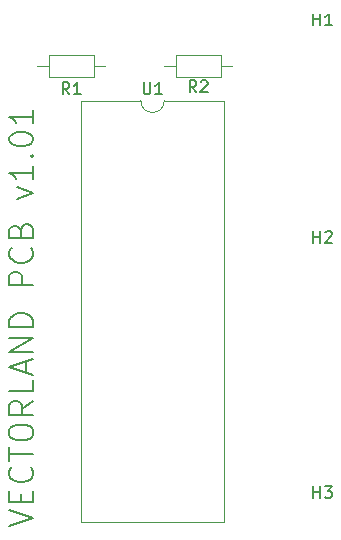
<source format=gto>
G04 #@! TF.GenerationSoftware,KiCad,Pcbnew,8.0.1*
G04 #@! TF.CreationDate,2024-04-23T01:02:40+02:00*
G04 #@! TF.ProjectId,vectrex_cart_v1.01,76656374-7265-4785-9f63-6172745f7631,V0.1*
G04 #@! TF.SameCoordinates,Original*
G04 #@! TF.FileFunction,Legend,Top*
G04 #@! TF.FilePolarity,Positive*
%FSLAX46Y46*%
G04 Gerber Fmt 4.6, Leading zero omitted, Abs format (unit mm)*
G04 Created by KiCad (PCBNEW 8.0.1) date 2024-04-23 01:02:40*
%MOMM*%
%LPD*%
G01*
G04 APERTURE LIST*
%ADD10C,0.200000*%
%ADD11C,0.150000*%
%ADD12C,0.120000*%
G04 APERTURE END LIST*
D10*
X90494838Y-86177945D02*
X92494838Y-85511279D01*
X92494838Y-85511279D02*
X90494838Y-84844612D01*
X91447219Y-84177945D02*
X91447219Y-83511278D01*
X92494838Y-83225564D02*
X92494838Y-84177945D01*
X92494838Y-84177945D02*
X90494838Y-84177945D01*
X90494838Y-84177945D02*
X90494838Y-83225564D01*
X92304361Y-81225564D02*
X92399600Y-81320802D01*
X92399600Y-81320802D02*
X92494838Y-81606516D01*
X92494838Y-81606516D02*
X92494838Y-81796992D01*
X92494838Y-81796992D02*
X92399600Y-82082707D01*
X92399600Y-82082707D02*
X92209123Y-82273183D01*
X92209123Y-82273183D02*
X92018647Y-82368421D01*
X92018647Y-82368421D02*
X91637695Y-82463659D01*
X91637695Y-82463659D02*
X91351980Y-82463659D01*
X91351980Y-82463659D02*
X90971028Y-82368421D01*
X90971028Y-82368421D02*
X90780552Y-82273183D01*
X90780552Y-82273183D02*
X90590076Y-82082707D01*
X90590076Y-82082707D02*
X90494838Y-81796992D01*
X90494838Y-81796992D02*
X90494838Y-81606516D01*
X90494838Y-81606516D02*
X90590076Y-81320802D01*
X90590076Y-81320802D02*
X90685314Y-81225564D01*
X90494838Y-80654135D02*
X90494838Y-79511278D01*
X92494838Y-80082707D02*
X90494838Y-80082707D01*
X90494838Y-78463659D02*
X90494838Y-78082706D01*
X90494838Y-78082706D02*
X90590076Y-77892230D01*
X90590076Y-77892230D02*
X90780552Y-77701754D01*
X90780552Y-77701754D02*
X91161504Y-77606516D01*
X91161504Y-77606516D02*
X91828171Y-77606516D01*
X91828171Y-77606516D02*
X92209123Y-77701754D01*
X92209123Y-77701754D02*
X92399600Y-77892230D01*
X92399600Y-77892230D02*
X92494838Y-78082706D01*
X92494838Y-78082706D02*
X92494838Y-78463659D01*
X92494838Y-78463659D02*
X92399600Y-78654135D01*
X92399600Y-78654135D02*
X92209123Y-78844611D01*
X92209123Y-78844611D02*
X91828171Y-78939849D01*
X91828171Y-78939849D02*
X91161504Y-78939849D01*
X91161504Y-78939849D02*
X90780552Y-78844611D01*
X90780552Y-78844611D02*
X90590076Y-78654135D01*
X90590076Y-78654135D02*
X90494838Y-78463659D01*
X92494838Y-75606516D02*
X91542457Y-76273183D01*
X92494838Y-76749373D02*
X90494838Y-76749373D01*
X90494838Y-76749373D02*
X90494838Y-75987468D01*
X90494838Y-75987468D02*
X90590076Y-75796992D01*
X90590076Y-75796992D02*
X90685314Y-75701754D01*
X90685314Y-75701754D02*
X90875790Y-75606516D01*
X90875790Y-75606516D02*
X91161504Y-75606516D01*
X91161504Y-75606516D02*
X91351980Y-75701754D01*
X91351980Y-75701754D02*
X91447219Y-75796992D01*
X91447219Y-75796992D02*
X91542457Y-75987468D01*
X91542457Y-75987468D02*
X91542457Y-76749373D01*
X92494838Y-73796992D02*
X92494838Y-74749373D01*
X92494838Y-74749373D02*
X90494838Y-74749373D01*
X91923409Y-73225563D02*
X91923409Y-72273182D01*
X92494838Y-73416039D02*
X90494838Y-72749373D01*
X90494838Y-72749373D02*
X92494838Y-72082706D01*
X92494838Y-71416039D02*
X90494838Y-71416039D01*
X90494838Y-71416039D02*
X92494838Y-70273182D01*
X92494838Y-70273182D02*
X90494838Y-70273182D01*
X92494838Y-69320801D02*
X90494838Y-69320801D01*
X90494838Y-69320801D02*
X90494838Y-68844611D01*
X90494838Y-68844611D02*
X90590076Y-68558896D01*
X90590076Y-68558896D02*
X90780552Y-68368420D01*
X90780552Y-68368420D02*
X90971028Y-68273182D01*
X90971028Y-68273182D02*
X91351980Y-68177944D01*
X91351980Y-68177944D02*
X91637695Y-68177944D01*
X91637695Y-68177944D02*
X92018647Y-68273182D01*
X92018647Y-68273182D02*
X92209123Y-68368420D01*
X92209123Y-68368420D02*
X92399600Y-68558896D01*
X92399600Y-68558896D02*
X92494838Y-68844611D01*
X92494838Y-68844611D02*
X92494838Y-69320801D01*
X92494838Y-65796991D02*
X90494838Y-65796991D01*
X90494838Y-65796991D02*
X90494838Y-65035086D01*
X90494838Y-65035086D02*
X90590076Y-64844610D01*
X90590076Y-64844610D02*
X90685314Y-64749372D01*
X90685314Y-64749372D02*
X90875790Y-64654134D01*
X90875790Y-64654134D02*
X91161504Y-64654134D01*
X91161504Y-64654134D02*
X91351980Y-64749372D01*
X91351980Y-64749372D02*
X91447219Y-64844610D01*
X91447219Y-64844610D02*
X91542457Y-65035086D01*
X91542457Y-65035086D02*
X91542457Y-65796991D01*
X92304361Y-62654134D02*
X92399600Y-62749372D01*
X92399600Y-62749372D02*
X92494838Y-63035086D01*
X92494838Y-63035086D02*
X92494838Y-63225562D01*
X92494838Y-63225562D02*
X92399600Y-63511277D01*
X92399600Y-63511277D02*
X92209123Y-63701753D01*
X92209123Y-63701753D02*
X92018647Y-63796991D01*
X92018647Y-63796991D02*
X91637695Y-63892229D01*
X91637695Y-63892229D02*
X91351980Y-63892229D01*
X91351980Y-63892229D02*
X90971028Y-63796991D01*
X90971028Y-63796991D02*
X90780552Y-63701753D01*
X90780552Y-63701753D02*
X90590076Y-63511277D01*
X90590076Y-63511277D02*
X90494838Y-63225562D01*
X90494838Y-63225562D02*
X90494838Y-63035086D01*
X90494838Y-63035086D02*
X90590076Y-62749372D01*
X90590076Y-62749372D02*
X90685314Y-62654134D01*
X91447219Y-61130324D02*
X91542457Y-60844610D01*
X91542457Y-60844610D02*
X91637695Y-60749372D01*
X91637695Y-60749372D02*
X91828171Y-60654134D01*
X91828171Y-60654134D02*
X92113885Y-60654134D01*
X92113885Y-60654134D02*
X92304361Y-60749372D01*
X92304361Y-60749372D02*
X92399600Y-60844610D01*
X92399600Y-60844610D02*
X92494838Y-61035086D01*
X92494838Y-61035086D02*
X92494838Y-61796991D01*
X92494838Y-61796991D02*
X90494838Y-61796991D01*
X90494838Y-61796991D02*
X90494838Y-61130324D01*
X90494838Y-61130324D02*
X90590076Y-60939848D01*
X90590076Y-60939848D02*
X90685314Y-60844610D01*
X90685314Y-60844610D02*
X90875790Y-60749372D01*
X90875790Y-60749372D02*
X91066266Y-60749372D01*
X91066266Y-60749372D02*
X91256742Y-60844610D01*
X91256742Y-60844610D02*
X91351980Y-60939848D01*
X91351980Y-60939848D02*
X91447219Y-61130324D01*
X91447219Y-61130324D02*
X91447219Y-61796991D01*
X91161504Y-58463657D02*
X92494838Y-57987467D01*
X92494838Y-57987467D02*
X91161504Y-57511276D01*
X92494838Y-55701752D02*
X92494838Y-56844609D01*
X92494838Y-56273181D02*
X90494838Y-56273181D01*
X90494838Y-56273181D02*
X90780552Y-56463657D01*
X90780552Y-56463657D02*
X90971028Y-56654133D01*
X90971028Y-56654133D02*
X91066266Y-56844609D01*
X92304361Y-54844609D02*
X92399600Y-54749371D01*
X92399600Y-54749371D02*
X92494838Y-54844609D01*
X92494838Y-54844609D02*
X92399600Y-54939847D01*
X92399600Y-54939847D02*
X92304361Y-54844609D01*
X92304361Y-54844609D02*
X92494838Y-54844609D01*
X90494838Y-53511276D02*
X90494838Y-53320799D01*
X90494838Y-53320799D02*
X90590076Y-53130323D01*
X90590076Y-53130323D02*
X90685314Y-53035085D01*
X90685314Y-53035085D02*
X90875790Y-52939847D01*
X90875790Y-52939847D02*
X91256742Y-52844609D01*
X91256742Y-52844609D02*
X91732933Y-52844609D01*
X91732933Y-52844609D02*
X92113885Y-52939847D01*
X92113885Y-52939847D02*
X92304361Y-53035085D01*
X92304361Y-53035085D02*
X92399600Y-53130323D01*
X92399600Y-53130323D02*
X92494838Y-53320799D01*
X92494838Y-53320799D02*
X92494838Y-53511276D01*
X92494838Y-53511276D02*
X92399600Y-53701752D01*
X92399600Y-53701752D02*
X92304361Y-53796990D01*
X92304361Y-53796990D02*
X92113885Y-53892228D01*
X92113885Y-53892228D02*
X91732933Y-53987466D01*
X91732933Y-53987466D02*
X91256742Y-53987466D01*
X91256742Y-53987466D02*
X90875790Y-53892228D01*
X90875790Y-53892228D02*
X90685314Y-53796990D01*
X90685314Y-53796990D02*
X90590076Y-53701752D01*
X90590076Y-53701752D02*
X90494838Y-53511276D01*
X92494838Y-50939847D02*
X92494838Y-52082704D01*
X92494838Y-51511276D02*
X90494838Y-51511276D01*
X90494838Y-51511276D02*
X90780552Y-51701752D01*
X90780552Y-51701752D02*
X90971028Y-51892228D01*
X90971028Y-51892228D02*
X91066266Y-52082704D01*
D11*
X116246095Y-83804819D02*
X116246095Y-82804819D01*
X116246095Y-83281009D02*
X116817523Y-83281009D01*
X116817523Y-83804819D02*
X116817523Y-82804819D01*
X117198476Y-82804819D02*
X117817523Y-82804819D01*
X117817523Y-82804819D02*
X117484190Y-83185771D01*
X117484190Y-83185771D02*
X117627047Y-83185771D01*
X117627047Y-83185771D02*
X117722285Y-83233390D01*
X117722285Y-83233390D02*
X117769904Y-83281009D01*
X117769904Y-83281009D02*
X117817523Y-83376247D01*
X117817523Y-83376247D02*
X117817523Y-83614342D01*
X117817523Y-83614342D02*
X117769904Y-83709580D01*
X117769904Y-83709580D02*
X117722285Y-83757200D01*
X117722285Y-83757200D02*
X117627047Y-83804819D01*
X117627047Y-83804819D02*
X117341333Y-83804819D01*
X117341333Y-83804819D02*
X117246095Y-83757200D01*
X117246095Y-83757200D02*
X117198476Y-83709580D01*
X116246095Y-43804819D02*
X116246095Y-42804819D01*
X116246095Y-43281009D02*
X116817523Y-43281009D01*
X116817523Y-43804819D02*
X116817523Y-42804819D01*
X117817523Y-43804819D02*
X117246095Y-43804819D01*
X117531809Y-43804819D02*
X117531809Y-42804819D01*
X117531809Y-42804819D02*
X117436571Y-42947676D01*
X117436571Y-42947676D02*
X117341333Y-43042914D01*
X117341333Y-43042914D02*
X117246095Y-43090533D01*
X116246095Y-62204819D02*
X116246095Y-61204819D01*
X116246095Y-61681009D02*
X116817523Y-61681009D01*
X116817523Y-62204819D02*
X116817523Y-61204819D01*
X117246095Y-61300057D02*
X117293714Y-61252438D01*
X117293714Y-61252438D02*
X117388952Y-61204819D01*
X117388952Y-61204819D02*
X117627047Y-61204819D01*
X117627047Y-61204819D02*
X117722285Y-61252438D01*
X117722285Y-61252438D02*
X117769904Y-61300057D01*
X117769904Y-61300057D02*
X117817523Y-61395295D01*
X117817523Y-61395295D02*
X117817523Y-61490533D01*
X117817523Y-61490533D02*
X117769904Y-61633390D01*
X117769904Y-61633390D02*
X117198476Y-62204819D01*
X117198476Y-62204819D02*
X117817523Y-62204819D01*
X95583333Y-49624819D02*
X95250000Y-49148628D01*
X95011905Y-49624819D02*
X95011905Y-48624819D01*
X95011905Y-48624819D02*
X95392857Y-48624819D01*
X95392857Y-48624819D02*
X95488095Y-48672438D01*
X95488095Y-48672438D02*
X95535714Y-48720057D01*
X95535714Y-48720057D02*
X95583333Y-48815295D01*
X95583333Y-48815295D02*
X95583333Y-48958152D01*
X95583333Y-48958152D02*
X95535714Y-49053390D01*
X95535714Y-49053390D02*
X95488095Y-49101009D01*
X95488095Y-49101009D02*
X95392857Y-49148628D01*
X95392857Y-49148628D02*
X95011905Y-49148628D01*
X96535714Y-49624819D02*
X95964286Y-49624819D01*
X96250000Y-49624819D02*
X96250000Y-48624819D01*
X96250000Y-48624819D02*
X96154762Y-48767676D01*
X96154762Y-48767676D02*
X96059524Y-48862914D01*
X96059524Y-48862914D02*
X95964286Y-48910533D01*
X106333333Y-49454819D02*
X106000000Y-48978628D01*
X105761905Y-49454819D02*
X105761905Y-48454819D01*
X105761905Y-48454819D02*
X106142857Y-48454819D01*
X106142857Y-48454819D02*
X106238095Y-48502438D01*
X106238095Y-48502438D02*
X106285714Y-48550057D01*
X106285714Y-48550057D02*
X106333333Y-48645295D01*
X106333333Y-48645295D02*
X106333333Y-48788152D01*
X106333333Y-48788152D02*
X106285714Y-48883390D01*
X106285714Y-48883390D02*
X106238095Y-48931009D01*
X106238095Y-48931009D02*
X106142857Y-48978628D01*
X106142857Y-48978628D02*
X105761905Y-48978628D01*
X106714286Y-48550057D02*
X106761905Y-48502438D01*
X106761905Y-48502438D02*
X106857143Y-48454819D01*
X106857143Y-48454819D02*
X107095238Y-48454819D01*
X107095238Y-48454819D02*
X107190476Y-48502438D01*
X107190476Y-48502438D02*
X107238095Y-48550057D01*
X107238095Y-48550057D02*
X107285714Y-48645295D01*
X107285714Y-48645295D02*
X107285714Y-48740533D01*
X107285714Y-48740533D02*
X107238095Y-48883390D01*
X107238095Y-48883390D02*
X106666667Y-49454819D01*
X106666667Y-49454819D02*
X107285714Y-49454819D01*
X101858095Y-48624819D02*
X101858095Y-49434342D01*
X101858095Y-49434342D02*
X101905714Y-49529580D01*
X101905714Y-49529580D02*
X101953333Y-49577200D01*
X101953333Y-49577200D02*
X102048571Y-49624819D01*
X102048571Y-49624819D02*
X102239047Y-49624819D01*
X102239047Y-49624819D02*
X102334285Y-49577200D01*
X102334285Y-49577200D02*
X102381904Y-49529580D01*
X102381904Y-49529580D02*
X102429523Y-49434342D01*
X102429523Y-49434342D02*
X102429523Y-48624819D01*
X103429523Y-49624819D02*
X102858095Y-49624819D01*
X103143809Y-49624819D02*
X103143809Y-48624819D01*
X103143809Y-48624819D02*
X103048571Y-48767676D01*
X103048571Y-48767676D02*
X102953333Y-48862914D01*
X102953333Y-48862914D02*
X102858095Y-48910533D01*
D12*
X98620000Y-47250000D02*
X97670000Y-47250000D01*
X97670000Y-48170000D02*
X97670000Y-46330000D01*
X97670000Y-46330000D02*
X93830000Y-46330000D01*
X93830000Y-48170000D02*
X97670000Y-48170000D01*
X93830000Y-46330000D02*
X93830000Y-48170000D01*
X92880000Y-47250000D02*
X93830000Y-47250000D01*
X103630000Y-47250000D02*
X104580000Y-47250000D01*
X104580000Y-46330000D02*
X104580000Y-48170000D01*
X104580000Y-48170000D02*
X108420000Y-48170000D01*
X108420000Y-46330000D02*
X104580000Y-46330000D01*
X108420000Y-48170000D02*
X108420000Y-46330000D01*
X109370000Y-47250000D02*
X108420000Y-47250000D01*
X96560000Y-50170000D02*
X96560000Y-85850000D01*
X96560000Y-85850000D02*
X108680000Y-85850000D01*
X101620000Y-50170000D02*
X96560000Y-50170000D01*
X108680000Y-50170000D02*
X103620000Y-50170000D01*
X108680000Y-85850000D02*
X108680000Y-50170000D01*
X103620000Y-50170000D02*
G75*
G02*
X101620000Y-50170000I-1000000J0D01*
G01*
M02*

</source>
